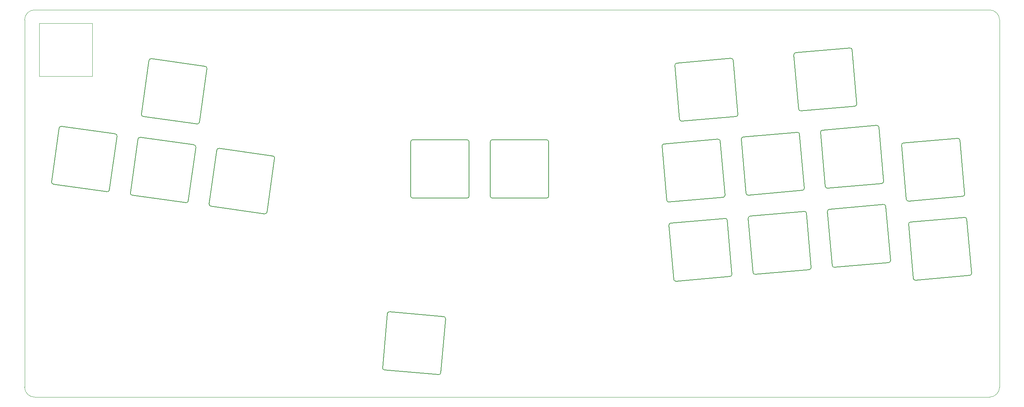
<source format=gm1>
%TF.GenerationSoftware,KiCad,Pcbnew,(7.0.0)*%
%TF.CreationDate,2023-03-05T09:14:01+05:30*%
%TF.ProjectId,Titan Keyboard,54697461-6e20-44b6-9579-626f6172642e,rev?*%
%TF.SameCoordinates,Original*%
%TF.FileFunction,Profile,NP*%
%FSLAX46Y46*%
G04 Gerber Fmt 4.6, Leading zero omitted, Abs format (unit mm)*
G04 Created by KiCad (PCBNEW (7.0.0)) date 2023-03-05 09:14:01*
%MOMM*%
%LPD*%
G01*
G04 APERTURE LIST*
%TA.AperFunction,Profile*%
%ADD10C,0.150000*%
%TD*%
%TA.AperFunction,Profile*%
%ADD11C,0.100000*%
%TD*%
G04 APERTURE END LIST*
D10*
X64986502Y-70772532D02*
X63177252Y-83646017D01*
X88851963Y-74126604D02*
X87042712Y-87000089D01*
D11*
X276224950Y-42862500D02*
G75*
G03*
X273843750Y-40481250I-2381250J0D01*
G01*
D10*
X154324795Y-85124405D02*
G75*
G03*
X154824765Y-85624405I500005J5D01*
G01*
X209384414Y-71947702D02*
G75*
G03*
X208842682Y-71493188I-498114J-43598D01*
G01*
X68178125Y-84348844D02*
G75*
G03*
X68603653Y-84913562I495175J-69556D01*
G01*
X248999692Y-87604583D02*
X250132717Y-100555114D01*
X69987356Y-71475356D02*
X68178106Y-84348841D01*
X130217903Y-112884975D02*
X143168434Y-114018000D01*
X100341743Y-89374073D02*
G75*
G03*
X100906465Y-88948512I69557J495173D01*
G01*
X254900074Y-91367148D02*
X267850605Y-90234123D01*
X195892152Y-72626228D02*
G75*
G03*
X195437632Y-73167888I43548J-498072D01*
G01*
X70552083Y-71049762D02*
G75*
G03*
X69987357Y-71475356I-69583J-495138D01*
G01*
X254459937Y-86336365D02*
X267410468Y-85203340D01*
X268392280Y-90688643D02*
X269525305Y-103639174D01*
X215548185Y-84458100D02*
G75*
G03*
X216089840Y-84912621I498115J43600D01*
G01*
X70552076Y-71049809D02*
X83425561Y-72859059D01*
X235052966Y-88824763D02*
X236185991Y-101775294D01*
X211044704Y-90925213D02*
G75*
G03*
X210502999Y-90470698I-498104J-43587D01*
G01*
X49313494Y-81697592D02*
G75*
G03*
X49739046Y-82262313I495106J-69608D01*
G01*
X197097948Y-92145397D02*
X198230973Y-105095928D01*
X247339375Y-68627074D02*
X248472400Y-81577605D01*
X233392649Y-69847254D02*
X234525674Y-82797785D01*
X148774765Y-85624365D02*
G75*
G03*
X149274765Y-85124405I35J499965D01*
G01*
X235507486Y-88283088D02*
X248458017Y-87150063D01*
X253239757Y-72389639D02*
X266190288Y-71256614D01*
X214869660Y-70965896D02*
X227820191Y-69832871D01*
X87468260Y-87564809D02*
X100341745Y-89374059D01*
D11*
X273843750Y-133350000D02*
X45243750Y-133350000D01*
X46355000Y-43662600D02*
X59055000Y-43662600D01*
X59055000Y-43662600D02*
X59055000Y-56362600D01*
X59055000Y-56362600D02*
X46355000Y-56362600D01*
X46355000Y-56362600D02*
X46355000Y-43662600D01*
D10*
X84128386Y-67858198D02*
G75*
G03*
X84693106Y-67432658I69614J495098D01*
G01*
X49739046Y-82262314D02*
X62612531Y-84071564D01*
X197112331Y-86572938D02*
X210062862Y-85439914D01*
X167824765Y-85624365D02*
G75*
G03*
X168324765Y-85124405I35J499965D01*
G01*
X141948252Y-127964733D02*
G75*
G03*
X142489928Y-127510206I43548J498133D01*
G01*
X235507484Y-88283071D02*
G75*
G03*
X235052966Y-88824763I43616J-498129D01*
G01*
X253239756Y-72389632D02*
G75*
G03*
X252785238Y-72931314I43544J-498068D01*
G01*
D11*
X42862500Y-130968750D02*
X42862500Y-42862500D01*
D10*
X73203324Y-52185202D02*
X86076809Y-53994452D01*
X226987955Y-51284824D02*
X228120980Y-64235355D01*
X198230944Y-105095931D02*
G75*
G03*
X198772648Y-105550446I498056J43531D01*
G01*
X233847169Y-69305579D02*
X246797700Y-68172554D01*
X128997722Y-126831701D02*
X141948253Y-127964725D01*
X254445554Y-91908823D02*
X255578579Y-104859354D01*
X247339335Y-68627078D02*
G75*
G03*
X246797700Y-68172555I-498135J-43622D01*
G01*
X252785238Y-72931314D02*
X253918262Y-85881845D01*
D11*
X45243750Y-40481250D02*
X273843750Y-40481250D01*
D10*
X230022218Y-89264896D02*
G75*
G03*
X229480508Y-88810381I-498118J-43604D01*
G01*
X233847167Y-69305556D02*
G75*
G03*
X233392649Y-69847254I43633J-498144D01*
G01*
X234525698Y-82797783D02*
G75*
G03*
X235067349Y-83252305I498102J43583D01*
G01*
X135774765Y-71624405D02*
X148774765Y-71624405D01*
X235067349Y-83252305D02*
X248017880Y-82119280D01*
X51687470Y-68398561D02*
X64560955Y-70207811D01*
X89416683Y-73701056D02*
X102290168Y-75510307D01*
X83851138Y-73423783D02*
G75*
G03*
X83425561Y-72859059I-495138J69583D01*
G01*
X68603653Y-84913562D02*
X81477138Y-86722812D01*
X135774765Y-71624365D02*
G75*
G03*
X135274765Y-72124405I35J-500035D01*
G01*
X240934681Y-50064644D02*
X242067706Y-63015175D01*
X154824765Y-85624405D02*
X167824765Y-85624405D01*
X143622995Y-114559679D02*
G75*
G03*
X143168434Y-114018001I-498095J43579D01*
G01*
X135774765Y-85624405D02*
X148774765Y-85624405D01*
X230700688Y-102757106D02*
G75*
G03*
X231155207Y-102215431I-43588J498106D01*
G01*
X168324795Y-72124405D02*
G75*
G03*
X167824765Y-71624405I-499995J5D01*
G01*
X71254900Y-66048955D02*
X84128385Y-67858205D01*
X212468417Y-52555119D02*
X213601442Y-65505650D01*
X212468415Y-52555119D02*
G75*
G03*
X211926742Y-52100600I-498015J-43481D01*
G01*
X228662655Y-64689875D02*
X241613186Y-63556850D01*
X87042674Y-87000084D02*
G75*
G03*
X87468260Y-87564808I495226J-69516D01*
G01*
X86502326Y-54559169D02*
G75*
G03*
X86076809Y-53994452I-495026J69669D01*
G01*
X254900074Y-91367146D02*
G75*
G03*
X254445555Y-91908823I43526J-498054D01*
G01*
X129676228Y-113339495D02*
X128543203Y-126290026D01*
X198976208Y-53233592D02*
G75*
G03*
X198521693Y-53775300I43592J-498108D01*
G01*
X102715715Y-76075027D02*
X100906465Y-88948512D01*
D11*
X276225000Y-42862500D02*
X276225000Y-130968750D01*
D10*
X266731963Y-71711134D02*
X267864988Y-84661665D01*
X216529977Y-89943405D02*
X229480508Y-88810380D01*
X72638603Y-52610749D02*
X70829353Y-65484234D01*
X210062859Y-85439882D02*
G75*
G03*
X210517382Y-84898238I-43559J498082D01*
G01*
D11*
X42862500Y-130968750D02*
G75*
G03*
X45243750Y-133350000I2381300J50D01*
G01*
D10*
X70829369Y-65484236D02*
G75*
G03*
X71254900Y-66048954I495031J-69664D01*
G01*
X213146924Y-66047335D02*
G75*
G03*
X213601442Y-65505650I-43624J498135D01*
G01*
X217208458Y-103435613D02*
G75*
G03*
X217750157Y-103890129I498042J43513D01*
G01*
X89416671Y-73701145D02*
G75*
G03*
X88851962Y-74126604I-69571J-495155D01*
G01*
X249678199Y-101096816D02*
G75*
G03*
X250132717Y-100555114I-43599J498116D01*
G01*
X73203322Y-52185213D02*
G75*
G03*
X72638603Y-52610749I-69622J-495087D01*
G01*
X102715713Y-76075027D02*
G75*
G03*
X102290168Y-75510307I-495213J69527D01*
G01*
X236727666Y-102229814D02*
X249678197Y-101096789D01*
X83851109Y-73423780D02*
X82041858Y-86297264D01*
X227442475Y-50743147D02*
G75*
G03*
X226987956Y-51284824I43525J-498053D01*
G01*
X197552468Y-91603722D02*
X210502999Y-90470697D01*
X227442475Y-50743149D02*
X240393006Y-49610124D01*
X168324765Y-72124405D02*
X168324765Y-85124405D01*
X211723177Y-104417396D02*
G75*
G03*
X212177699Y-103875747I-43577J498096D01*
G01*
X198521692Y-53775300D02*
X199654716Y-66725831D01*
X143622953Y-114559675D02*
X142489929Y-127510206D01*
X230022183Y-89264900D02*
X231155208Y-102215431D01*
X51687472Y-68398547D02*
G75*
G03*
X51122750Y-68824108I-69572J-495153D01*
G01*
X267410471Y-85203376D02*
G75*
G03*
X267864987Y-84661665I-43671J498176D01*
G01*
X217750157Y-103890130D02*
X230700688Y-102757106D01*
X266731989Y-71711132D02*
G75*
G03*
X266190288Y-71256615I-498089J-43568D01*
G01*
X62612528Y-84071585D02*
G75*
G03*
X63177251Y-83646017I69472J495285D01*
G01*
X248999733Y-87604579D02*
G75*
G03*
X248458017Y-87150064I-498133J-43621D01*
G01*
X81477132Y-86722857D02*
G75*
G03*
X82041857Y-86297264I69568J495157D01*
G01*
X255578626Y-104859350D02*
G75*
G03*
X256120254Y-105313873I498074J43550D01*
G01*
X197552470Y-91603743D02*
G75*
G03*
X197097948Y-92145397I43530J-498057D01*
G01*
X228361928Y-70287385D02*
G75*
G03*
X227820191Y-69832871I-498128J-43615D01*
G01*
X256120254Y-105313874D02*
X269070785Y-104180849D01*
X199654727Y-66725830D02*
G75*
G03*
X200196391Y-67180350I497973J43430D01*
G01*
X216529973Y-89943362D02*
G75*
G03*
X216075458Y-90485080I43627J-498138D01*
G01*
X154324765Y-72124405D02*
X154324765Y-85124405D01*
X248017874Y-82119210D02*
G75*
G03*
X248472399Y-81577605I-43474J498010D01*
G01*
X268392263Y-90688645D02*
G75*
G03*
X267850605Y-90234123I-498163J-43655D01*
G01*
X198772648Y-105550447D02*
X211723179Y-104417423D01*
X149274795Y-72124405D02*
G75*
G03*
X148774765Y-71624405I-499995J5D01*
G01*
X240934662Y-50064646D02*
G75*
G03*
X240393006Y-49610124I-498162J-43654D01*
G01*
D11*
X273843750Y-133350000D02*
G75*
G03*
X276225000Y-130968750I-50J2381300D01*
G01*
D10*
X86502356Y-54559173D02*
X84693106Y-67432658D01*
X236185972Y-101775296D02*
G75*
G03*
X236727666Y-102229813I498028J43496D01*
G01*
X229040370Y-83779591D02*
G75*
G03*
X229494890Y-83237922I-43570J498091D01*
G01*
X228121025Y-64235351D02*
G75*
G03*
X228662655Y-64689874I498075J43551D01*
G01*
X200196392Y-67180350D02*
X213146923Y-66047326D01*
X214415140Y-71507571D02*
X215548165Y-84458102D01*
X269070789Y-104180890D02*
G75*
G03*
X269525304Y-103639174I-43689J498190D01*
G01*
X154824765Y-71624405D02*
X167824765Y-71624405D01*
X154824765Y-71624365D02*
G75*
G03*
X154324765Y-72124405I35J-500035D01*
G01*
X211044674Y-90925216D02*
X212177699Y-103875747D01*
X130217898Y-112885028D02*
G75*
G03*
X129676228Y-113339494I-43598J-498072D01*
G01*
X149274765Y-72124405D02*
X149274765Y-85124405D01*
X216075457Y-90485080D02*
X217208482Y-103435611D01*
D11*
X45243750Y-40481250D02*
G75*
G03*
X42862500Y-42862500I-40J-2381210D01*
G01*
D10*
X228361866Y-70287391D02*
X229494891Y-83237922D01*
X51122749Y-68824108D02*
X49313499Y-81697593D01*
X216089840Y-84912621D02*
X229040371Y-83779597D01*
X195892151Y-72626213D02*
X208842682Y-71493188D01*
X209384357Y-71947707D02*
X210517382Y-84898238D01*
X195437631Y-73167888D02*
X196570656Y-86118419D01*
X135274765Y-72124405D02*
X135274765Y-85124405D01*
X241613190Y-63556891D02*
G75*
G03*
X242067705Y-63015175I-43690J498191D01*
G01*
X196570670Y-86118418D02*
G75*
G03*
X197112331Y-86572938I498130J43618D01*
G01*
X198976211Y-53233624D02*
X211926742Y-52100600D01*
X253918245Y-85881846D02*
G75*
G03*
X254459937Y-86336364I498155J43646D01*
G01*
X64986505Y-70772532D02*
G75*
G03*
X64560954Y-70207812I-495205J69532D01*
G01*
X135274795Y-85124405D02*
G75*
G03*
X135774765Y-85624405I500005J5D01*
G01*
X128543216Y-126290027D02*
G75*
G03*
X128997722Y-126831701I497984J-43673D01*
G01*
X214869664Y-70965937D02*
G75*
G03*
X214415140Y-71507571I43536J-498063D01*
G01*
M02*

</source>
